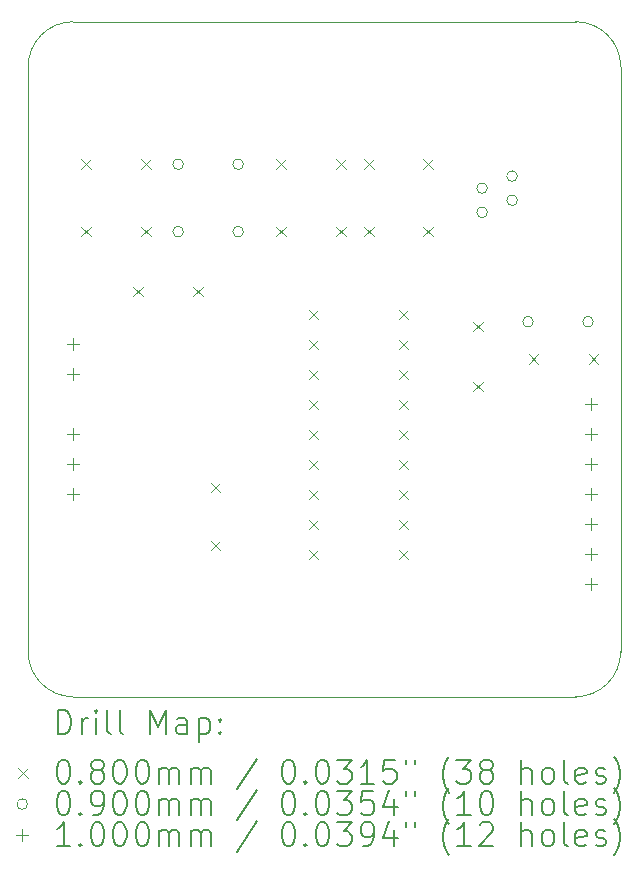
<source format=gbr>
%FSLAX45Y45*%
G04 Gerber Fmt 4.5, Leading zero omitted, Abs format (unit mm)*
G04 Created by KiCad (PCBNEW (6.0.0)) date 2022-03-13 18:40:30*
%MOMM*%
%LPD*%
G01*
G04 APERTURE LIST*
%TA.AperFunction,Profile*%
%ADD10C,0.100000*%
%TD*%
%ADD11C,0.200000*%
%ADD12C,0.080000*%
%ADD13C,0.090000*%
%ADD14C,0.100000*%
G04 APERTURE END LIST*
D10*
X8509000Y-3238500D02*
X12763500Y-3238500D01*
X12763500Y-8953500D02*
X8509000Y-8953500D01*
X13144500Y-3619500D02*
G75*
G03*
X12763500Y-3238500I-381000J0D01*
G01*
X8509000Y-3238500D02*
G75*
G03*
X8128000Y-3619500I0J-381000D01*
G01*
X12763500Y-8953500D02*
G75*
G03*
X13144500Y-8572500I0J381000D01*
G01*
X13144500Y-8572500D02*
X13144500Y-3619500D01*
X8128000Y-8572500D02*
X8128000Y-3619500D01*
X8128000Y-8572500D02*
G75*
G03*
X8509000Y-8953500I381000J0D01*
G01*
D11*
D12*
X8577500Y-4405000D02*
X8657500Y-4485000D01*
X8657500Y-4405000D02*
X8577500Y-4485000D01*
X8577500Y-4976500D02*
X8657500Y-5056500D01*
X8657500Y-4976500D02*
X8577500Y-5056500D01*
X9018000Y-5484500D02*
X9098000Y-5564500D01*
X9098000Y-5484500D02*
X9018000Y-5564500D01*
X9085500Y-4405000D02*
X9165500Y-4485000D01*
X9165500Y-4405000D02*
X9085500Y-4485000D01*
X9085500Y-4976500D02*
X9165500Y-5056500D01*
X9165500Y-4976500D02*
X9085500Y-5056500D01*
X9526000Y-5484500D02*
X9606000Y-5564500D01*
X9606000Y-5484500D02*
X9526000Y-5564500D01*
X9675500Y-7144500D02*
X9755500Y-7224500D01*
X9755500Y-7144500D02*
X9675500Y-7224500D01*
X9675500Y-7632500D02*
X9755500Y-7712500D01*
X9755500Y-7632500D02*
X9675500Y-7712500D01*
X10228500Y-4405000D02*
X10308500Y-4485000D01*
X10308500Y-4405000D02*
X10228500Y-4485000D01*
X10228500Y-4976500D02*
X10308500Y-5056500D01*
X10308500Y-4976500D02*
X10228500Y-5056500D01*
X10502000Y-5676000D02*
X10582000Y-5756000D01*
X10582000Y-5676000D02*
X10502000Y-5756000D01*
X10502000Y-5930000D02*
X10582000Y-6010000D01*
X10582000Y-5930000D02*
X10502000Y-6010000D01*
X10502000Y-6184000D02*
X10582000Y-6264000D01*
X10582000Y-6184000D02*
X10502000Y-6264000D01*
X10502000Y-6438000D02*
X10582000Y-6518000D01*
X10582000Y-6438000D02*
X10502000Y-6518000D01*
X10502000Y-6692000D02*
X10582000Y-6772000D01*
X10582000Y-6692000D02*
X10502000Y-6772000D01*
X10502000Y-6946000D02*
X10582000Y-7026000D01*
X10582000Y-6946000D02*
X10502000Y-7026000D01*
X10502000Y-7200000D02*
X10582000Y-7280000D01*
X10582000Y-7200000D02*
X10502000Y-7280000D01*
X10502000Y-7454000D02*
X10582000Y-7534000D01*
X10582000Y-7454000D02*
X10502000Y-7534000D01*
X10502000Y-7708000D02*
X10582000Y-7788000D01*
X10582000Y-7708000D02*
X10502000Y-7788000D01*
X10736500Y-4405000D02*
X10816500Y-4485000D01*
X10816500Y-4405000D02*
X10736500Y-4485000D01*
X10736500Y-4976500D02*
X10816500Y-5056500D01*
X10816500Y-4976500D02*
X10736500Y-5056500D01*
X10972000Y-4405000D02*
X11052000Y-4485000D01*
X11052000Y-4405000D02*
X10972000Y-4485000D01*
X10972000Y-4976500D02*
X11052000Y-5056500D01*
X11052000Y-4976500D02*
X10972000Y-5056500D01*
X11264000Y-5676000D02*
X11344000Y-5756000D01*
X11344000Y-5676000D02*
X11264000Y-5756000D01*
X11264000Y-5930000D02*
X11344000Y-6010000D01*
X11344000Y-5930000D02*
X11264000Y-6010000D01*
X11264000Y-6184000D02*
X11344000Y-6264000D01*
X11344000Y-6184000D02*
X11264000Y-6264000D01*
X11264000Y-6438000D02*
X11344000Y-6518000D01*
X11344000Y-6438000D02*
X11264000Y-6518000D01*
X11264000Y-6692000D02*
X11344000Y-6772000D01*
X11344000Y-6692000D02*
X11264000Y-6772000D01*
X11264000Y-6946000D02*
X11344000Y-7026000D01*
X11344000Y-6946000D02*
X11264000Y-7026000D01*
X11264000Y-7200000D02*
X11344000Y-7280000D01*
X11344000Y-7200000D02*
X11264000Y-7280000D01*
X11264000Y-7454000D02*
X11344000Y-7534000D01*
X11344000Y-7454000D02*
X11264000Y-7534000D01*
X11264000Y-7708000D02*
X11344000Y-7788000D01*
X11344000Y-7708000D02*
X11264000Y-7788000D01*
X11472000Y-4405000D02*
X11552000Y-4485000D01*
X11552000Y-4405000D02*
X11472000Y-4485000D01*
X11472000Y-4976500D02*
X11552000Y-5056500D01*
X11552000Y-4976500D02*
X11472000Y-5056500D01*
X11898000Y-5779500D02*
X11978000Y-5859500D01*
X11978000Y-5779500D02*
X11898000Y-5859500D01*
X11898000Y-6287500D02*
X11978000Y-6367500D01*
X11978000Y-6287500D02*
X11898000Y-6367500D01*
X12365000Y-6056000D02*
X12445000Y-6136000D01*
X12445000Y-6056000D02*
X12365000Y-6136000D01*
X12873000Y-6056000D02*
X12953000Y-6136000D01*
X12953000Y-6056000D02*
X12873000Y-6136000D01*
D13*
X9443000Y-4445000D02*
G75*
G03*
X9443000Y-4445000I-45000J0D01*
G01*
X9443000Y-5016500D02*
G75*
G03*
X9443000Y-5016500I-45000J0D01*
G01*
X9951000Y-4445000D02*
G75*
G03*
X9951000Y-4445000I-45000J0D01*
G01*
X9951000Y-5016500D02*
G75*
G03*
X9951000Y-5016500I-45000J0D01*
G01*
X12016000Y-4648000D02*
G75*
G03*
X12016000Y-4648000I-45000J0D01*
G01*
X12016000Y-4852000D02*
G75*
G03*
X12016000Y-4852000I-45000J0D01*
G01*
X12270000Y-4546000D02*
G75*
G03*
X12270000Y-4546000I-45000J0D01*
G01*
X12270000Y-4750000D02*
G75*
G03*
X12270000Y-4750000I-45000J0D01*
G01*
X12405000Y-5778500D02*
G75*
G03*
X12405000Y-5778500I-45000J0D01*
G01*
X12913000Y-5778500D02*
G75*
G03*
X12913000Y-5778500I-45000J0D01*
G01*
D14*
X8509000Y-5919000D02*
X8509000Y-6019000D01*
X8459000Y-5969000D02*
X8559000Y-5969000D01*
X8509000Y-6173000D02*
X8509000Y-6273000D01*
X8459000Y-6223000D02*
X8559000Y-6223000D01*
X8509000Y-6681000D02*
X8509000Y-6781000D01*
X8459000Y-6731000D02*
X8559000Y-6731000D01*
X8509000Y-6935000D02*
X8509000Y-7035000D01*
X8459000Y-6985000D02*
X8559000Y-6985000D01*
X8509000Y-7189000D02*
X8509000Y-7289000D01*
X8459000Y-7239000D02*
X8559000Y-7239000D01*
X12890500Y-6426500D02*
X12890500Y-6526500D01*
X12840500Y-6476500D02*
X12940500Y-6476500D01*
X12890500Y-6680500D02*
X12890500Y-6780500D01*
X12840500Y-6730500D02*
X12940500Y-6730500D01*
X12890500Y-6934500D02*
X12890500Y-7034500D01*
X12840500Y-6984500D02*
X12940500Y-6984500D01*
X12890500Y-7188500D02*
X12890500Y-7288500D01*
X12840500Y-7238500D02*
X12940500Y-7238500D01*
X12890500Y-7442500D02*
X12890500Y-7542500D01*
X12840500Y-7492500D02*
X12940500Y-7492500D01*
X12890500Y-7696500D02*
X12890500Y-7796500D01*
X12840500Y-7746500D02*
X12940500Y-7746500D01*
X12890500Y-7950500D02*
X12890500Y-8050500D01*
X12840500Y-8000500D02*
X12940500Y-8000500D01*
D11*
X8380619Y-9268976D02*
X8380619Y-9068976D01*
X8428238Y-9068976D01*
X8456810Y-9078500D01*
X8475857Y-9097548D01*
X8485381Y-9116595D01*
X8494905Y-9154690D01*
X8494905Y-9183262D01*
X8485381Y-9221357D01*
X8475857Y-9240405D01*
X8456810Y-9259452D01*
X8428238Y-9268976D01*
X8380619Y-9268976D01*
X8580619Y-9268976D02*
X8580619Y-9135643D01*
X8580619Y-9173738D02*
X8590143Y-9154690D01*
X8599667Y-9145167D01*
X8618714Y-9135643D01*
X8637762Y-9135643D01*
X8704429Y-9268976D02*
X8704429Y-9135643D01*
X8704429Y-9068976D02*
X8694905Y-9078500D01*
X8704429Y-9088024D01*
X8713952Y-9078500D01*
X8704429Y-9068976D01*
X8704429Y-9088024D01*
X8828238Y-9268976D02*
X8809190Y-9259452D01*
X8799667Y-9240405D01*
X8799667Y-9068976D01*
X8933000Y-9268976D02*
X8913952Y-9259452D01*
X8904429Y-9240405D01*
X8904429Y-9068976D01*
X9161571Y-9268976D02*
X9161571Y-9068976D01*
X9228238Y-9211833D01*
X9294905Y-9068976D01*
X9294905Y-9268976D01*
X9475857Y-9268976D02*
X9475857Y-9164214D01*
X9466333Y-9145167D01*
X9447286Y-9135643D01*
X9409190Y-9135643D01*
X9390143Y-9145167D01*
X9475857Y-9259452D02*
X9456810Y-9268976D01*
X9409190Y-9268976D01*
X9390143Y-9259452D01*
X9380619Y-9240405D01*
X9380619Y-9221357D01*
X9390143Y-9202310D01*
X9409190Y-9192786D01*
X9456810Y-9192786D01*
X9475857Y-9183262D01*
X9571095Y-9135643D02*
X9571095Y-9335643D01*
X9571095Y-9145167D02*
X9590143Y-9135643D01*
X9628238Y-9135643D01*
X9647286Y-9145167D01*
X9656810Y-9154690D01*
X9666333Y-9173738D01*
X9666333Y-9230881D01*
X9656810Y-9249929D01*
X9647286Y-9259452D01*
X9628238Y-9268976D01*
X9590143Y-9268976D01*
X9571095Y-9259452D01*
X9752048Y-9249929D02*
X9761571Y-9259452D01*
X9752048Y-9268976D01*
X9742524Y-9259452D01*
X9752048Y-9249929D01*
X9752048Y-9268976D01*
X9752048Y-9145167D02*
X9761571Y-9154690D01*
X9752048Y-9164214D01*
X9742524Y-9154690D01*
X9752048Y-9145167D01*
X9752048Y-9164214D01*
D12*
X8043000Y-9558500D02*
X8123000Y-9638500D01*
X8123000Y-9558500D02*
X8043000Y-9638500D01*
D11*
X8418714Y-9488976D02*
X8437762Y-9488976D01*
X8456810Y-9498500D01*
X8466333Y-9508024D01*
X8475857Y-9527071D01*
X8485381Y-9565167D01*
X8485381Y-9612786D01*
X8475857Y-9650881D01*
X8466333Y-9669929D01*
X8456810Y-9679452D01*
X8437762Y-9688976D01*
X8418714Y-9688976D01*
X8399667Y-9679452D01*
X8390143Y-9669929D01*
X8380619Y-9650881D01*
X8371095Y-9612786D01*
X8371095Y-9565167D01*
X8380619Y-9527071D01*
X8390143Y-9508024D01*
X8399667Y-9498500D01*
X8418714Y-9488976D01*
X8571095Y-9669929D02*
X8580619Y-9679452D01*
X8571095Y-9688976D01*
X8561571Y-9679452D01*
X8571095Y-9669929D01*
X8571095Y-9688976D01*
X8694905Y-9574690D02*
X8675857Y-9565167D01*
X8666333Y-9555643D01*
X8656810Y-9536595D01*
X8656810Y-9527071D01*
X8666333Y-9508024D01*
X8675857Y-9498500D01*
X8694905Y-9488976D01*
X8733000Y-9488976D01*
X8752048Y-9498500D01*
X8761571Y-9508024D01*
X8771095Y-9527071D01*
X8771095Y-9536595D01*
X8761571Y-9555643D01*
X8752048Y-9565167D01*
X8733000Y-9574690D01*
X8694905Y-9574690D01*
X8675857Y-9584214D01*
X8666333Y-9593738D01*
X8656810Y-9612786D01*
X8656810Y-9650881D01*
X8666333Y-9669929D01*
X8675857Y-9679452D01*
X8694905Y-9688976D01*
X8733000Y-9688976D01*
X8752048Y-9679452D01*
X8761571Y-9669929D01*
X8771095Y-9650881D01*
X8771095Y-9612786D01*
X8761571Y-9593738D01*
X8752048Y-9584214D01*
X8733000Y-9574690D01*
X8894905Y-9488976D02*
X8913952Y-9488976D01*
X8933000Y-9498500D01*
X8942524Y-9508024D01*
X8952048Y-9527071D01*
X8961571Y-9565167D01*
X8961571Y-9612786D01*
X8952048Y-9650881D01*
X8942524Y-9669929D01*
X8933000Y-9679452D01*
X8913952Y-9688976D01*
X8894905Y-9688976D01*
X8875857Y-9679452D01*
X8866333Y-9669929D01*
X8856810Y-9650881D01*
X8847286Y-9612786D01*
X8847286Y-9565167D01*
X8856810Y-9527071D01*
X8866333Y-9508024D01*
X8875857Y-9498500D01*
X8894905Y-9488976D01*
X9085381Y-9488976D02*
X9104429Y-9488976D01*
X9123476Y-9498500D01*
X9133000Y-9508024D01*
X9142524Y-9527071D01*
X9152048Y-9565167D01*
X9152048Y-9612786D01*
X9142524Y-9650881D01*
X9133000Y-9669929D01*
X9123476Y-9679452D01*
X9104429Y-9688976D01*
X9085381Y-9688976D01*
X9066333Y-9679452D01*
X9056810Y-9669929D01*
X9047286Y-9650881D01*
X9037762Y-9612786D01*
X9037762Y-9565167D01*
X9047286Y-9527071D01*
X9056810Y-9508024D01*
X9066333Y-9498500D01*
X9085381Y-9488976D01*
X9237762Y-9688976D02*
X9237762Y-9555643D01*
X9237762Y-9574690D02*
X9247286Y-9565167D01*
X9266333Y-9555643D01*
X9294905Y-9555643D01*
X9313952Y-9565167D01*
X9323476Y-9584214D01*
X9323476Y-9688976D01*
X9323476Y-9584214D02*
X9333000Y-9565167D01*
X9352048Y-9555643D01*
X9380619Y-9555643D01*
X9399667Y-9565167D01*
X9409190Y-9584214D01*
X9409190Y-9688976D01*
X9504429Y-9688976D02*
X9504429Y-9555643D01*
X9504429Y-9574690D02*
X9513952Y-9565167D01*
X9533000Y-9555643D01*
X9561571Y-9555643D01*
X9580619Y-9565167D01*
X9590143Y-9584214D01*
X9590143Y-9688976D01*
X9590143Y-9584214D02*
X9599667Y-9565167D01*
X9618714Y-9555643D01*
X9647286Y-9555643D01*
X9666333Y-9565167D01*
X9675857Y-9584214D01*
X9675857Y-9688976D01*
X10066333Y-9479452D02*
X9894905Y-9736595D01*
X10323476Y-9488976D02*
X10342524Y-9488976D01*
X10361571Y-9498500D01*
X10371095Y-9508024D01*
X10380619Y-9527071D01*
X10390143Y-9565167D01*
X10390143Y-9612786D01*
X10380619Y-9650881D01*
X10371095Y-9669929D01*
X10361571Y-9679452D01*
X10342524Y-9688976D01*
X10323476Y-9688976D01*
X10304429Y-9679452D01*
X10294905Y-9669929D01*
X10285381Y-9650881D01*
X10275857Y-9612786D01*
X10275857Y-9565167D01*
X10285381Y-9527071D01*
X10294905Y-9508024D01*
X10304429Y-9498500D01*
X10323476Y-9488976D01*
X10475857Y-9669929D02*
X10485381Y-9679452D01*
X10475857Y-9688976D01*
X10466333Y-9679452D01*
X10475857Y-9669929D01*
X10475857Y-9688976D01*
X10609190Y-9488976D02*
X10628238Y-9488976D01*
X10647286Y-9498500D01*
X10656810Y-9508024D01*
X10666333Y-9527071D01*
X10675857Y-9565167D01*
X10675857Y-9612786D01*
X10666333Y-9650881D01*
X10656810Y-9669929D01*
X10647286Y-9679452D01*
X10628238Y-9688976D01*
X10609190Y-9688976D01*
X10590143Y-9679452D01*
X10580619Y-9669929D01*
X10571095Y-9650881D01*
X10561571Y-9612786D01*
X10561571Y-9565167D01*
X10571095Y-9527071D01*
X10580619Y-9508024D01*
X10590143Y-9498500D01*
X10609190Y-9488976D01*
X10742524Y-9488976D02*
X10866333Y-9488976D01*
X10799667Y-9565167D01*
X10828238Y-9565167D01*
X10847286Y-9574690D01*
X10856810Y-9584214D01*
X10866333Y-9603262D01*
X10866333Y-9650881D01*
X10856810Y-9669929D01*
X10847286Y-9679452D01*
X10828238Y-9688976D01*
X10771095Y-9688976D01*
X10752048Y-9679452D01*
X10742524Y-9669929D01*
X11056810Y-9688976D02*
X10942524Y-9688976D01*
X10999667Y-9688976D02*
X10999667Y-9488976D01*
X10980619Y-9517548D01*
X10961571Y-9536595D01*
X10942524Y-9546119D01*
X11237762Y-9488976D02*
X11142524Y-9488976D01*
X11133000Y-9584214D01*
X11142524Y-9574690D01*
X11161571Y-9565167D01*
X11209190Y-9565167D01*
X11228238Y-9574690D01*
X11237762Y-9584214D01*
X11247286Y-9603262D01*
X11247286Y-9650881D01*
X11237762Y-9669929D01*
X11228238Y-9679452D01*
X11209190Y-9688976D01*
X11161571Y-9688976D01*
X11142524Y-9679452D01*
X11133000Y-9669929D01*
X11323476Y-9488976D02*
X11323476Y-9527071D01*
X11399667Y-9488976D02*
X11399667Y-9527071D01*
X11694905Y-9765167D02*
X11685381Y-9755643D01*
X11666333Y-9727071D01*
X11656809Y-9708024D01*
X11647286Y-9679452D01*
X11637762Y-9631833D01*
X11637762Y-9593738D01*
X11647286Y-9546119D01*
X11656809Y-9517548D01*
X11666333Y-9498500D01*
X11685381Y-9469929D01*
X11694905Y-9460405D01*
X11752048Y-9488976D02*
X11875857Y-9488976D01*
X11809190Y-9565167D01*
X11837762Y-9565167D01*
X11856809Y-9574690D01*
X11866333Y-9584214D01*
X11875857Y-9603262D01*
X11875857Y-9650881D01*
X11866333Y-9669929D01*
X11856809Y-9679452D01*
X11837762Y-9688976D01*
X11780619Y-9688976D01*
X11761571Y-9679452D01*
X11752048Y-9669929D01*
X11990143Y-9574690D02*
X11971095Y-9565167D01*
X11961571Y-9555643D01*
X11952048Y-9536595D01*
X11952048Y-9527071D01*
X11961571Y-9508024D01*
X11971095Y-9498500D01*
X11990143Y-9488976D01*
X12028238Y-9488976D01*
X12047286Y-9498500D01*
X12056809Y-9508024D01*
X12066333Y-9527071D01*
X12066333Y-9536595D01*
X12056809Y-9555643D01*
X12047286Y-9565167D01*
X12028238Y-9574690D01*
X11990143Y-9574690D01*
X11971095Y-9584214D01*
X11961571Y-9593738D01*
X11952048Y-9612786D01*
X11952048Y-9650881D01*
X11961571Y-9669929D01*
X11971095Y-9679452D01*
X11990143Y-9688976D01*
X12028238Y-9688976D01*
X12047286Y-9679452D01*
X12056809Y-9669929D01*
X12066333Y-9650881D01*
X12066333Y-9612786D01*
X12056809Y-9593738D01*
X12047286Y-9584214D01*
X12028238Y-9574690D01*
X12304428Y-9688976D02*
X12304428Y-9488976D01*
X12390143Y-9688976D02*
X12390143Y-9584214D01*
X12380619Y-9565167D01*
X12361571Y-9555643D01*
X12333000Y-9555643D01*
X12313952Y-9565167D01*
X12304428Y-9574690D01*
X12513952Y-9688976D02*
X12494905Y-9679452D01*
X12485381Y-9669929D01*
X12475857Y-9650881D01*
X12475857Y-9593738D01*
X12485381Y-9574690D01*
X12494905Y-9565167D01*
X12513952Y-9555643D01*
X12542524Y-9555643D01*
X12561571Y-9565167D01*
X12571095Y-9574690D01*
X12580619Y-9593738D01*
X12580619Y-9650881D01*
X12571095Y-9669929D01*
X12561571Y-9679452D01*
X12542524Y-9688976D01*
X12513952Y-9688976D01*
X12694905Y-9688976D02*
X12675857Y-9679452D01*
X12666333Y-9660405D01*
X12666333Y-9488976D01*
X12847286Y-9679452D02*
X12828238Y-9688976D01*
X12790143Y-9688976D01*
X12771095Y-9679452D01*
X12761571Y-9660405D01*
X12761571Y-9584214D01*
X12771095Y-9565167D01*
X12790143Y-9555643D01*
X12828238Y-9555643D01*
X12847286Y-9565167D01*
X12856809Y-9584214D01*
X12856809Y-9603262D01*
X12761571Y-9622310D01*
X12933000Y-9679452D02*
X12952048Y-9688976D01*
X12990143Y-9688976D01*
X13009190Y-9679452D01*
X13018714Y-9660405D01*
X13018714Y-9650881D01*
X13009190Y-9631833D01*
X12990143Y-9622310D01*
X12961571Y-9622310D01*
X12942524Y-9612786D01*
X12933000Y-9593738D01*
X12933000Y-9584214D01*
X12942524Y-9565167D01*
X12961571Y-9555643D01*
X12990143Y-9555643D01*
X13009190Y-9565167D01*
X13085381Y-9765167D02*
X13094905Y-9755643D01*
X13113952Y-9727071D01*
X13123476Y-9708024D01*
X13133000Y-9679452D01*
X13142524Y-9631833D01*
X13142524Y-9593738D01*
X13133000Y-9546119D01*
X13123476Y-9517548D01*
X13113952Y-9498500D01*
X13094905Y-9469929D01*
X13085381Y-9460405D01*
D13*
X8123000Y-9862500D02*
G75*
G03*
X8123000Y-9862500I-45000J0D01*
G01*
D11*
X8418714Y-9752976D02*
X8437762Y-9752976D01*
X8456810Y-9762500D01*
X8466333Y-9772024D01*
X8475857Y-9791071D01*
X8485381Y-9829167D01*
X8485381Y-9876786D01*
X8475857Y-9914881D01*
X8466333Y-9933929D01*
X8456810Y-9943452D01*
X8437762Y-9952976D01*
X8418714Y-9952976D01*
X8399667Y-9943452D01*
X8390143Y-9933929D01*
X8380619Y-9914881D01*
X8371095Y-9876786D01*
X8371095Y-9829167D01*
X8380619Y-9791071D01*
X8390143Y-9772024D01*
X8399667Y-9762500D01*
X8418714Y-9752976D01*
X8571095Y-9933929D02*
X8580619Y-9943452D01*
X8571095Y-9952976D01*
X8561571Y-9943452D01*
X8571095Y-9933929D01*
X8571095Y-9952976D01*
X8675857Y-9952976D02*
X8713952Y-9952976D01*
X8733000Y-9943452D01*
X8742524Y-9933929D01*
X8761571Y-9905357D01*
X8771095Y-9867262D01*
X8771095Y-9791071D01*
X8761571Y-9772024D01*
X8752048Y-9762500D01*
X8733000Y-9752976D01*
X8694905Y-9752976D01*
X8675857Y-9762500D01*
X8666333Y-9772024D01*
X8656810Y-9791071D01*
X8656810Y-9838690D01*
X8666333Y-9857738D01*
X8675857Y-9867262D01*
X8694905Y-9876786D01*
X8733000Y-9876786D01*
X8752048Y-9867262D01*
X8761571Y-9857738D01*
X8771095Y-9838690D01*
X8894905Y-9752976D02*
X8913952Y-9752976D01*
X8933000Y-9762500D01*
X8942524Y-9772024D01*
X8952048Y-9791071D01*
X8961571Y-9829167D01*
X8961571Y-9876786D01*
X8952048Y-9914881D01*
X8942524Y-9933929D01*
X8933000Y-9943452D01*
X8913952Y-9952976D01*
X8894905Y-9952976D01*
X8875857Y-9943452D01*
X8866333Y-9933929D01*
X8856810Y-9914881D01*
X8847286Y-9876786D01*
X8847286Y-9829167D01*
X8856810Y-9791071D01*
X8866333Y-9772024D01*
X8875857Y-9762500D01*
X8894905Y-9752976D01*
X9085381Y-9752976D02*
X9104429Y-9752976D01*
X9123476Y-9762500D01*
X9133000Y-9772024D01*
X9142524Y-9791071D01*
X9152048Y-9829167D01*
X9152048Y-9876786D01*
X9142524Y-9914881D01*
X9133000Y-9933929D01*
X9123476Y-9943452D01*
X9104429Y-9952976D01*
X9085381Y-9952976D01*
X9066333Y-9943452D01*
X9056810Y-9933929D01*
X9047286Y-9914881D01*
X9037762Y-9876786D01*
X9037762Y-9829167D01*
X9047286Y-9791071D01*
X9056810Y-9772024D01*
X9066333Y-9762500D01*
X9085381Y-9752976D01*
X9237762Y-9952976D02*
X9237762Y-9819643D01*
X9237762Y-9838690D02*
X9247286Y-9829167D01*
X9266333Y-9819643D01*
X9294905Y-9819643D01*
X9313952Y-9829167D01*
X9323476Y-9848214D01*
X9323476Y-9952976D01*
X9323476Y-9848214D02*
X9333000Y-9829167D01*
X9352048Y-9819643D01*
X9380619Y-9819643D01*
X9399667Y-9829167D01*
X9409190Y-9848214D01*
X9409190Y-9952976D01*
X9504429Y-9952976D02*
X9504429Y-9819643D01*
X9504429Y-9838690D02*
X9513952Y-9829167D01*
X9533000Y-9819643D01*
X9561571Y-9819643D01*
X9580619Y-9829167D01*
X9590143Y-9848214D01*
X9590143Y-9952976D01*
X9590143Y-9848214D02*
X9599667Y-9829167D01*
X9618714Y-9819643D01*
X9647286Y-9819643D01*
X9666333Y-9829167D01*
X9675857Y-9848214D01*
X9675857Y-9952976D01*
X10066333Y-9743452D02*
X9894905Y-10000595D01*
X10323476Y-9752976D02*
X10342524Y-9752976D01*
X10361571Y-9762500D01*
X10371095Y-9772024D01*
X10380619Y-9791071D01*
X10390143Y-9829167D01*
X10390143Y-9876786D01*
X10380619Y-9914881D01*
X10371095Y-9933929D01*
X10361571Y-9943452D01*
X10342524Y-9952976D01*
X10323476Y-9952976D01*
X10304429Y-9943452D01*
X10294905Y-9933929D01*
X10285381Y-9914881D01*
X10275857Y-9876786D01*
X10275857Y-9829167D01*
X10285381Y-9791071D01*
X10294905Y-9772024D01*
X10304429Y-9762500D01*
X10323476Y-9752976D01*
X10475857Y-9933929D02*
X10485381Y-9943452D01*
X10475857Y-9952976D01*
X10466333Y-9943452D01*
X10475857Y-9933929D01*
X10475857Y-9952976D01*
X10609190Y-9752976D02*
X10628238Y-9752976D01*
X10647286Y-9762500D01*
X10656810Y-9772024D01*
X10666333Y-9791071D01*
X10675857Y-9829167D01*
X10675857Y-9876786D01*
X10666333Y-9914881D01*
X10656810Y-9933929D01*
X10647286Y-9943452D01*
X10628238Y-9952976D01*
X10609190Y-9952976D01*
X10590143Y-9943452D01*
X10580619Y-9933929D01*
X10571095Y-9914881D01*
X10561571Y-9876786D01*
X10561571Y-9829167D01*
X10571095Y-9791071D01*
X10580619Y-9772024D01*
X10590143Y-9762500D01*
X10609190Y-9752976D01*
X10742524Y-9752976D02*
X10866333Y-9752976D01*
X10799667Y-9829167D01*
X10828238Y-9829167D01*
X10847286Y-9838690D01*
X10856810Y-9848214D01*
X10866333Y-9867262D01*
X10866333Y-9914881D01*
X10856810Y-9933929D01*
X10847286Y-9943452D01*
X10828238Y-9952976D01*
X10771095Y-9952976D01*
X10752048Y-9943452D01*
X10742524Y-9933929D01*
X11047286Y-9752976D02*
X10952048Y-9752976D01*
X10942524Y-9848214D01*
X10952048Y-9838690D01*
X10971095Y-9829167D01*
X11018714Y-9829167D01*
X11037762Y-9838690D01*
X11047286Y-9848214D01*
X11056810Y-9867262D01*
X11056810Y-9914881D01*
X11047286Y-9933929D01*
X11037762Y-9943452D01*
X11018714Y-9952976D01*
X10971095Y-9952976D01*
X10952048Y-9943452D01*
X10942524Y-9933929D01*
X11228238Y-9819643D02*
X11228238Y-9952976D01*
X11180619Y-9743452D02*
X11133000Y-9886310D01*
X11256809Y-9886310D01*
X11323476Y-9752976D02*
X11323476Y-9791071D01*
X11399667Y-9752976D02*
X11399667Y-9791071D01*
X11694905Y-10029167D02*
X11685381Y-10019643D01*
X11666333Y-9991071D01*
X11656809Y-9972024D01*
X11647286Y-9943452D01*
X11637762Y-9895833D01*
X11637762Y-9857738D01*
X11647286Y-9810119D01*
X11656809Y-9781548D01*
X11666333Y-9762500D01*
X11685381Y-9733929D01*
X11694905Y-9724405D01*
X11875857Y-9952976D02*
X11761571Y-9952976D01*
X11818714Y-9952976D02*
X11818714Y-9752976D01*
X11799667Y-9781548D01*
X11780619Y-9800595D01*
X11761571Y-9810119D01*
X11999667Y-9752976D02*
X12018714Y-9752976D01*
X12037762Y-9762500D01*
X12047286Y-9772024D01*
X12056809Y-9791071D01*
X12066333Y-9829167D01*
X12066333Y-9876786D01*
X12056809Y-9914881D01*
X12047286Y-9933929D01*
X12037762Y-9943452D01*
X12018714Y-9952976D01*
X11999667Y-9952976D01*
X11980619Y-9943452D01*
X11971095Y-9933929D01*
X11961571Y-9914881D01*
X11952048Y-9876786D01*
X11952048Y-9829167D01*
X11961571Y-9791071D01*
X11971095Y-9772024D01*
X11980619Y-9762500D01*
X11999667Y-9752976D01*
X12304428Y-9952976D02*
X12304428Y-9752976D01*
X12390143Y-9952976D02*
X12390143Y-9848214D01*
X12380619Y-9829167D01*
X12361571Y-9819643D01*
X12333000Y-9819643D01*
X12313952Y-9829167D01*
X12304428Y-9838690D01*
X12513952Y-9952976D02*
X12494905Y-9943452D01*
X12485381Y-9933929D01*
X12475857Y-9914881D01*
X12475857Y-9857738D01*
X12485381Y-9838690D01*
X12494905Y-9829167D01*
X12513952Y-9819643D01*
X12542524Y-9819643D01*
X12561571Y-9829167D01*
X12571095Y-9838690D01*
X12580619Y-9857738D01*
X12580619Y-9914881D01*
X12571095Y-9933929D01*
X12561571Y-9943452D01*
X12542524Y-9952976D01*
X12513952Y-9952976D01*
X12694905Y-9952976D02*
X12675857Y-9943452D01*
X12666333Y-9924405D01*
X12666333Y-9752976D01*
X12847286Y-9943452D02*
X12828238Y-9952976D01*
X12790143Y-9952976D01*
X12771095Y-9943452D01*
X12761571Y-9924405D01*
X12761571Y-9848214D01*
X12771095Y-9829167D01*
X12790143Y-9819643D01*
X12828238Y-9819643D01*
X12847286Y-9829167D01*
X12856809Y-9848214D01*
X12856809Y-9867262D01*
X12761571Y-9886310D01*
X12933000Y-9943452D02*
X12952048Y-9952976D01*
X12990143Y-9952976D01*
X13009190Y-9943452D01*
X13018714Y-9924405D01*
X13018714Y-9914881D01*
X13009190Y-9895833D01*
X12990143Y-9886310D01*
X12961571Y-9886310D01*
X12942524Y-9876786D01*
X12933000Y-9857738D01*
X12933000Y-9848214D01*
X12942524Y-9829167D01*
X12961571Y-9819643D01*
X12990143Y-9819643D01*
X13009190Y-9829167D01*
X13085381Y-10029167D02*
X13094905Y-10019643D01*
X13113952Y-9991071D01*
X13123476Y-9972024D01*
X13133000Y-9943452D01*
X13142524Y-9895833D01*
X13142524Y-9857738D01*
X13133000Y-9810119D01*
X13123476Y-9781548D01*
X13113952Y-9762500D01*
X13094905Y-9733929D01*
X13085381Y-9724405D01*
D14*
X8073000Y-10076500D02*
X8073000Y-10176500D01*
X8023000Y-10126500D02*
X8123000Y-10126500D01*
D11*
X8485381Y-10216976D02*
X8371095Y-10216976D01*
X8428238Y-10216976D02*
X8428238Y-10016976D01*
X8409190Y-10045548D01*
X8390143Y-10064595D01*
X8371095Y-10074119D01*
X8571095Y-10197929D02*
X8580619Y-10207452D01*
X8571095Y-10216976D01*
X8561571Y-10207452D01*
X8571095Y-10197929D01*
X8571095Y-10216976D01*
X8704429Y-10016976D02*
X8723476Y-10016976D01*
X8742524Y-10026500D01*
X8752048Y-10036024D01*
X8761571Y-10055071D01*
X8771095Y-10093167D01*
X8771095Y-10140786D01*
X8761571Y-10178881D01*
X8752048Y-10197929D01*
X8742524Y-10207452D01*
X8723476Y-10216976D01*
X8704429Y-10216976D01*
X8685381Y-10207452D01*
X8675857Y-10197929D01*
X8666333Y-10178881D01*
X8656810Y-10140786D01*
X8656810Y-10093167D01*
X8666333Y-10055071D01*
X8675857Y-10036024D01*
X8685381Y-10026500D01*
X8704429Y-10016976D01*
X8894905Y-10016976D02*
X8913952Y-10016976D01*
X8933000Y-10026500D01*
X8942524Y-10036024D01*
X8952048Y-10055071D01*
X8961571Y-10093167D01*
X8961571Y-10140786D01*
X8952048Y-10178881D01*
X8942524Y-10197929D01*
X8933000Y-10207452D01*
X8913952Y-10216976D01*
X8894905Y-10216976D01*
X8875857Y-10207452D01*
X8866333Y-10197929D01*
X8856810Y-10178881D01*
X8847286Y-10140786D01*
X8847286Y-10093167D01*
X8856810Y-10055071D01*
X8866333Y-10036024D01*
X8875857Y-10026500D01*
X8894905Y-10016976D01*
X9085381Y-10016976D02*
X9104429Y-10016976D01*
X9123476Y-10026500D01*
X9133000Y-10036024D01*
X9142524Y-10055071D01*
X9152048Y-10093167D01*
X9152048Y-10140786D01*
X9142524Y-10178881D01*
X9133000Y-10197929D01*
X9123476Y-10207452D01*
X9104429Y-10216976D01*
X9085381Y-10216976D01*
X9066333Y-10207452D01*
X9056810Y-10197929D01*
X9047286Y-10178881D01*
X9037762Y-10140786D01*
X9037762Y-10093167D01*
X9047286Y-10055071D01*
X9056810Y-10036024D01*
X9066333Y-10026500D01*
X9085381Y-10016976D01*
X9237762Y-10216976D02*
X9237762Y-10083643D01*
X9237762Y-10102690D02*
X9247286Y-10093167D01*
X9266333Y-10083643D01*
X9294905Y-10083643D01*
X9313952Y-10093167D01*
X9323476Y-10112214D01*
X9323476Y-10216976D01*
X9323476Y-10112214D02*
X9333000Y-10093167D01*
X9352048Y-10083643D01*
X9380619Y-10083643D01*
X9399667Y-10093167D01*
X9409190Y-10112214D01*
X9409190Y-10216976D01*
X9504429Y-10216976D02*
X9504429Y-10083643D01*
X9504429Y-10102690D02*
X9513952Y-10093167D01*
X9533000Y-10083643D01*
X9561571Y-10083643D01*
X9580619Y-10093167D01*
X9590143Y-10112214D01*
X9590143Y-10216976D01*
X9590143Y-10112214D02*
X9599667Y-10093167D01*
X9618714Y-10083643D01*
X9647286Y-10083643D01*
X9666333Y-10093167D01*
X9675857Y-10112214D01*
X9675857Y-10216976D01*
X10066333Y-10007452D02*
X9894905Y-10264595D01*
X10323476Y-10016976D02*
X10342524Y-10016976D01*
X10361571Y-10026500D01*
X10371095Y-10036024D01*
X10380619Y-10055071D01*
X10390143Y-10093167D01*
X10390143Y-10140786D01*
X10380619Y-10178881D01*
X10371095Y-10197929D01*
X10361571Y-10207452D01*
X10342524Y-10216976D01*
X10323476Y-10216976D01*
X10304429Y-10207452D01*
X10294905Y-10197929D01*
X10285381Y-10178881D01*
X10275857Y-10140786D01*
X10275857Y-10093167D01*
X10285381Y-10055071D01*
X10294905Y-10036024D01*
X10304429Y-10026500D01*
X10323476Y-10016976D01*
X10475857Y-10197929D02*
X10485381Y-10207452D01*
X10475857Y-10216976D01*
X10466333Y-10207452D01*
X10475857Y-10197929D01*
X10475857Y-10216976D01*
X10609190Y-10016976D02*
X10628238Y-10016976D01*
X10647286Y-10026500D01*
X10656810Y-10036024D01*
X10666333Y-10055071D01*
X10675857Y-10093167D01*
X10675857Y-10140786D01*
X10666333Y-10178881D01*
X10656810Y-10197929D01*
X10647286Y-10207452D01*
X10628238Y-10216976D01*
X10609190Y-10216976D01*
X10590143Y-10207452D01*
X10580619Y-10197929D01*
X10571095Y-10178881D01*
X10561571Y-10140786D01*
X10561571Y-10093167D01*
X10571095Y-10055071D01*
X10580619Y-10036024D01*
X10590143Y-10026500D01*
X10609190Y-10016976D01*
X10742524Y-10016976D02*
X10866333Y-10016976D01*
X10799667Y-10093167D01*
X10828238Y-10093167D01*
X10847286Y-10102690D01*
X10856810Y-10112214D01*
X10866333Y-10131262D01*
X10866333Y-10178881D01*
X10856810Y-10197929D01*
X10847286Y-10207452D01*
X10828238Y-10216976D01*
X10771095Y-10216976D01*
X10752048Y-10207452D01*
X10742524Y-10197929D01*
X10961571Y-10216976D02*
X10999667Y-10216976D01*
X11018714Y-10207452D01*
X11028238Y-10197929D01*
X11047286Y-10169357D01*
X11056810Y-10131262D01*
X11056810Y-10055071D01*
X11047286Y-10036024D01*
X11037762Y-10026500D01*
X11018714Y-10016976D01*
X10980619Y-10016976D01*
X10961571Y-10026500D01*
X10952048Y-10036024D01*
X10942524Y-10055071D01*
X10942524Y-10102690D01*
X10952048Y-10121738D01*
X10961571Y-10131262D01*
X10980619Y-10140786D01*
X11018714Y-10140786D01*
X11037762Y-10131262D01*
X11047286Y-10121738D01*
X11056810Y-10102690D01*
X11228238Y-10083643D02*
X11228238Y-10216976D01*
X11180619Y-10007452D02*
X11133000Y-10150310D01*
X11256809Y-10150310D01*
X11323476Y-10016976D02*
X11323476Y-10055071D01*
X11399667Y-10016976D02*
X11399667Y-10055071D01*
X11694905Y-10293167D02*
X11685381Y-10283643D01*
X11666333Y-10255071D01*
X11656809Y-10236024D01*
X11647286Y-10207452D01*
X11637762Y-10159833D01*
X11637762Y-10121738D01*
X11647286Y-10074119D01*
X11656809Y-10045548D01*
X11666333Y-10026500D01*
X11685381Y-9997929D01*
X11694905Y-9988405D01*
X11875857Y-10216976D02*
X11761571Y-10216976D01*
X11818714Y-10216976D02*
X11818714Y-10016976D01*
X11799667Y-10045548D01*
X11780619Y-10064595D01*
X11761571Y-10074119D01*
X11952048Y-10036024D02*
X11961571Y-10026500D01*
X11980619Y-10016976D01*
X12028238Y-10016976D01*
X12047286Y-10026500D01*
X12056809Y-10036024D01*
X12066333Y-10055071D01*
X12066333Y-10074119D01*
X12056809Y-10102690D01*
X11942524Y-10216976D01*
X12066333Y-10216976D01*
X12304428Y-10216976D02*
X12304428Y-10016976D01*
X12390143Y-10216976D02*
X12390143Y-10112214D01*
X12380619Y-10093167D01*
X12361571Y-10083643D01*
X12333000Y-10083643D01*
X12313952Y-10093167D01*
X12304428Y-10102690D01*
X12513952Y-10216976D02*
X12494905Y-10207452D01*
X12485381Y-10197929D01*
X12475857Y-10178881D01*
X12475857Y-10121738D01*
X12485381Y-10102690D01*
X12494905Y-10093167D01*
X12513952Y-10083643D01*
X12542524Y-10083643D01*
X12561571Y-10093167D01*
X12571095Y-10102690D01*
X12580619Y-10121738D01*
X12580619Y-10178881D01*
X12571095Y-10197929D01*
X12561571Y-10207452D01*
X12542524Y-10216976D01*
X12513952Y-10216976D01*
X12694905Y-10216976D02*
X12675857Y-10207452D01*
X12666333Y-10188405D01*
X12666333Y-10016976D01*
X12847286Y-10207452D02*
X12828238Y-10216976D01*
X12790143Y-10216976D01*
X12771095Y-10207452D01*
X12761571Y-10188405D01*
X12761571Y-10112214D01*
X12771095Y-10093167D01*
X12790143Y-10083643D01*
X12828238Y-10083643D01*
X12847286Y-10093167D01*
X12856809Y-10112214D01*
X12856809Y-10131262D01*
X12761571Y-10150310D01*
X12933000Y-10207452D02*
X12952048Y-10216976D01*
X12990143Y-10216976D01*
X13009190Y-10207452D01*
X13018714Y-10188405D01*
X13018714Y-10178881D01*
X13009190Y-10159833D01*
X12990143Y-10150310D01*
X12961571Y-10150310D01*
X12942524Y-10140786D01*
X12933000Y-10121738D01*
X12933000Y-10112214D01*
X12942524Y-10093167D01*
X12961571Y-10083643D01*
X12990143Y-10083643D01*
X13009190Y-10093167D01*
X13085381Y-10293167D02*
X13094905Y-10283643D01*
X13113952Y-10255071D01*
X13123476Y-10236024D01*
X13133000Y-10207452D01*
X13142524Y-10159833D01*
X13142524Y-10121738D01*
X13133000Y-10074119D01*
X13123476Y-10045548D01*
X13113952Y-10026500D01*
X13094905Y-9997929D01*
X13085381Y-9988405D01*
M02*

</source>
